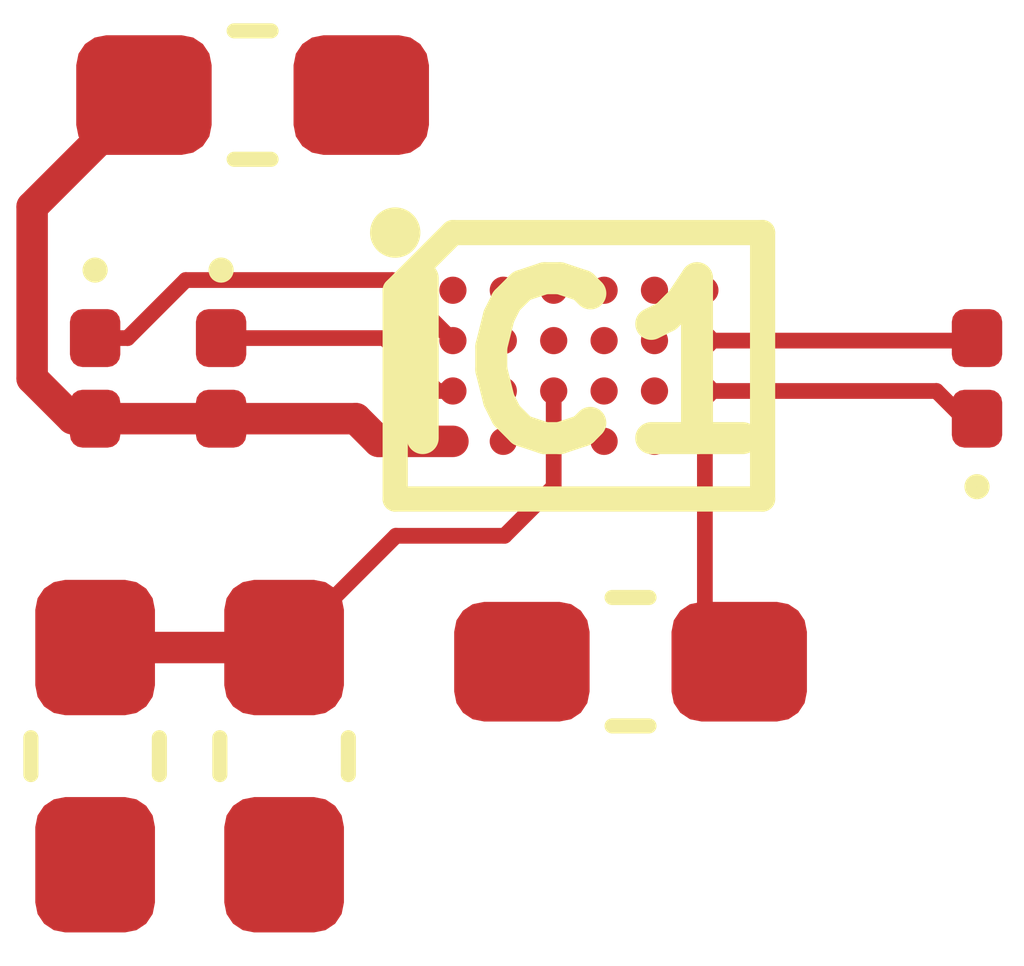
<source format=kicad_pcb>
(kicad_pcb (version 20211014) (generator pcbnew)
  (layers (0 "F.Cu" signal) (31 "B.Cu" signal) (34 "B.Paste" user) (35 "F.Paste" user) (36 "B.SilkS" user "B.Silkscreen") (37 "F.SilkS" user "F.Silkscreen") (38 "B.Mask" user) (39 "F.Mask" user) (44 "Edge.Cuts" user))
  (net 0 "")
  (net 14 "Net-(IC1-PadC6)")
  (net 15 "Net-(IC1-PadB1)")
  (net 16 "Net-(IC1-PadC1)")
  (net 17 "GND")
  (net 18 "Net-(IC1-PadD6)")
  (net 19 "+3V3")
  (net 20 "+1V8")
  (footprint "Diode_SMD:D_0201_0603Metric" (layer "F.Cu") (at 120 89 90)
    (fp_text reference "D1" hide)
    (fp_text value "LED" hide)
    (fp_circle (center -0.86 0) (end -0.81 0) (layer "F.SilkS") (width 0.1) (fill none))
    (pad "1" smd roundrect (at -0.32 0 90) (size 0.46 0.4) (layers "F.Cu" "F.Mask") (net 14 "Net-(IC1-PadC6)"))
    (pad "2" smd roundrect (at 0.32 0 90) (size 0.46 0.4) (layers "F.Cu" "F.Mask") (net 17 "GND"))
  )
  (footprint "Capacitor_SMD:C_0603_1608Metric_Pad1.08x0.95mm_HandSolder" (layer "F.Cu") (at 113 92 90)
    (fp_text reference "C4" hide)
    (fp_text value "C_Small" hide)
    (fp_line (start -0.146267 0.51) (end 0.146267 0.51) (layer "F.SilkS") (width 0.12))
    (fp_line (start -0.146267 -0.51) (end 0.146267 -0.51) (layer "F.SilkS") (width 0.12))
    (pad "1" smd roundrect (at -0.8625 0 90) (size 1.075 0.95) (layers "F.Cu" "F.Paste" "F.Mask") (net 17 "GND"))
    (pad "2" smd roundrect (at 0.8625 0 90) (size 1.075 0.95) (layers "F.Cu" "F.Paste" "F.Mask") (net 20 "+1V8"))
  )
  (footprint "Diode_SMD:D_0201_0603Metric" (layer "F.Cu") (at 113 89 -90)
    (fp_text reference "D2" hide)
    (fp_text value "LED" hide)
    (fp_circle (center -0.86 0) (end -0.81 0) (layer "F.SilkS") (width 0.1) (fill none))
    (pad "1" smd roundrect (at -0.32 0 270) (size 0.46 0.4) (layers "F.Cu" "F.Mask") (net 15 "Net-(IC1-PadB1)"))
    (pad "2" smd roundrect (at 0.32 0 270) (size 0.46 0.4) (layers "F.Cu" "F.Mask") (net 19 "+3V3"))
  )
  (footprint "Capacitor_SMD:C_0603_1608Metric_Pad1.08x0.95mm_HandSolder" (layer "F.Cu") (at 114.25 86.75)
    (fp_text reference "C2" hide)
    (fp_text value "C_Small" hide)
    (fp_line (start -0.146267 0.51) (end 0.146267 0.51) (layer "F.SilkS") (width 0.12))
    (fp_line (start -0.146267 -0.51) (end 0.146267 -0.51) (layer "F.SilkS") (width 0.12))
    (pad "1" smd roundrect (at -0.8625 0) (size 1.075 0.95) (layers "F.Cu" "F.Paste" "F.Mask") (net 19 "+3V3"))
    (pad "2" smd roundrect (at 0.8625 0) (size 1.075 0.95) (layers "F.Cu" "F.Paste" "F.Mask") (net 17 "GND"))
  )
  (footprint "SamacSys_Parts:BGA24C40P6X4_277X197X69" (layer "F.Cu") (at 116.84 88.9)
    (fp_text reference "IC1" (at 0 0) (layer "F.SilkS") (effects (font (size 1.27 1.27) (thickness 0.254))))
    (fp_text value "MAX30112EWG+T" hide)
    (fp_line (start 1.458 -1.058) (end 1.458 1.058) (layer "F.SilkS") (width 0.2))
    (fp_line (start -1.458 -0.6) (end -1 -1.058) (layer "F.SilkS") (width 0.2))
    (fp_line (start -1 -1.058) (end 1.458 -1.058) (layer "F.SilkS") (width 0.2))
    (fp_line (start 1.458 1.058) (end -1.458 1.058) (layer "F.SilkS") (width 0.2))
    (fp_line (start -1.458 1.058) (end -1.458 -0.6) (layer "F.SilkS") (width 0.2))
    (fp_circle (center -1.458 -1.058) (end -1.458 -0.958) (layer "F.SilkS") (width 0.2) (fill none))
    (pad "A1" smd circle locked (at -1 -0.6 90) (size 0.216 0.216) (layers "F.Cu" "F.Paste" "F.Mask"))
    (pad "A2" smd circle locked (at -0.6 -0.6 90) (size 0.216 0.216) (layers "F.Cu" "F.Paste" "F.Mask") (net 17 "GND"))
    (pad "A3" smd circle locked (at -0.2 -0.6 90) (size 0.216 0.216) (layers "F.Cu" "F.Paste" "F.Mask"))
    (pad "A4" smd circle locked (at 0.2 -0.6 90) (size 0.216 0.216) (layers "F.Cu" "F.Paste" "F.Mask"))
    (pad "A5" smd circle locked (at 0.6 -0.6 90) (size 0.216 0.216) (layers "F.Cu" "F.Paste" "F.Mask"))
    (pad "A6" smd circle locked (at 1 -0.6 90) (size 0.216 0.216) (layers "F.Cu" "F.Paste" "F.Mask"))
    (pad "B1" smd circle locked (at -1 -0.2 90) (size 0.216 0.216) (layers "F.Cu" "F.Paste" "F.Mask") (net 15 "Net-(IC1-PadB1)"))
    (pad "B2" smd circle locked (at -0.6 -0.2 90) (size 0.216 0.216) (layers "F.Cu" "F.Paste" "F.Mask") (net 17 "GND"))
    (pad "B3" smd circle locked (at -0.2 -0.2 90) (size 0.216 0.216) (layers "F.Cu" "F.Paste" "F.Mask"))
    (pad "B4" smd circle locked (at 0.2 -0.2 90) (size 0.216 0.216) (layers "F.Cu" "F.Paste" "F.Mask"))
    (pad "B5" smd circle locked (at 0.6 -0.2 90) (size 0.216 0.216) (layers "F.Cu" "F.Paste" "F.Mask"))
    (pad "B6" smd circle locked (at 1 -0.2 90) (size 0.216 0.216) (layers "F.Cu" "F.Paste" "F.Mask") (net 17 "GND"))
    (pad "C1" smd circle locked (at -1 0.2 90) (size 0.216 0.216) (layers "F.Cu" "F.Paste" "F.Mask") (net 16 "Net-(IC1-PadC1)"))
    (pad "C2" smd circle locked (at -0.6 0.2 90) (size 0.216 0.216) (layers "F.Cu" "F.Paste" "F.Mask") (net 17 "GND"))
    (pad "C3" smd circle locked (at -0.2 0.2 90) (size 0.216 0.216) (layers "F.Cu" "F.Paste" "F.Mask") (net 20 "+1V8"))
    (pad "C4" smd circle locked (at 0.2 0.2 90) (size 0.216 0.216) (layers "F.Cu" "F.Paste" "F.Mask"))
    (pad "C5" smd circle locked (at 0.6 0.2 90) (size 0.216 0.216) (layers "F.Cu" "F.Paste" "F.Mask"))
    (pad "C6" smd circle locked (at 1 0.2 90) (size 0.216 0.216) (layers "F.Cu" "F.Paste" "F.Mask") (net 14 "Net-(IC1-PadC6)"))
    (pad "D1" smd circle locked (at -1 0.6 90) (size 0.216 0.216) (layers "F.Cu" "F.Paste" "F.Mask") (net 19 "+3V3"))
    (pad "D2" smd circle locked (at -0.6 0.6 90) (size 0.216 0.216) (layers "F.Cu" "F.Paste" "F.Mask"))
    (pad "D3" smd circle locked (at -0.2 0.6 90) (size 0.216 0.216) (layers "F.Cu" "F.Paste" "F.Mask") (net 20 "+1V8"))
    (pad "D4" smd circle locked (at 0.2 0.6 90) (size 0.216 0.216) (layers "F.Cu" "F.Paste" "F.Mask"))
    (pad "D5" smd circle locked (at 0.6 0.6 90) (size 0.216 0.216) (layers "F.Cu" "F.Paste" "F.Mask"))
    (pad "D6" smd circle locked (at 1 0.6 90) (size 0.216 0.216) (layers "F.Cu" "F.Paste" "F.Mask") (net 18 "Net-(IC1-PadD6)"))
  )
  (footprint "Diode_SMD:D_0201_0603Metric" (layer "F.Cu") (at 114 89 -90)
    (fp_text reference "D3" hide)
    (fp_text value "LED" hide)
    (fp_circle (center -0.86 0) (end -0.81 0) (layer "F.SilkS") (width 0.1) (fill none))
    (pad "1" smd roundrect (at -0.32 0 270) (size 0.46 0.4) (layers "F.Cu" "F.Mask") (net 16 "Net-(IC1-PadC1)"))
    (pad "2" smd roundrect (at 0.32 0 270) (size 0.46 0.4) (layers "F.Cu" "F.Mask") (net 19 "+3V3"))
  )
  (footprint "Capacitor_SMD:C_0603_1608Metric_Pad1.08x0.95mm_HandSolder" (layer "F.Cu") (at 114.5 92 -90)
    (fp_text reference "C3" hide)
    (fp_text value "C_Small" hide)
    (fp_line (start -0.146267 -0.51) (end 0.146267 -0.51) (layer "F.SilkS") (width 0.12))
    (fp_line (start -0.146267 0.51) (end 0.146267 0.51) (layer "F.SilkS") (width 0.12))
    (pad "1" smd roundrect (at -0.8625 0 270) (size 1.075 0.95) (layers "F.Cu" "F.Paste" "F.Mask") (net 20 "+1V8"))
    (pad "2" smd roundrect (at 0.8625 0 270) (size 1.075 0.95) (layers "F.Cu" "F.Paste" "F.Mask") (net 17 "GND"))
  )
  (footprint "Capacitor_SMD:C_0603_1608Metric_Pad1.08x0.95mm_HandSolder" (layer "F.Cu") (at 117.25 91.25)
    (fp_text reference "C1" hide)
    (fp_text value "C_Small" hide)
    (fp_line (start -0.146267 -0.51) (end 0.146267 -0.51) (layer "F.SilkS") (width 0.12))
    (fp_line (start -0.146267 0.51) (end 0.146267 0.51) (layer "F.SilkS") (width 0.12))
    (pad "1" smd roundrect (at -0.8625 0) (size 1.075 0.95) (layers "F.Cu" "F.Paste" "F.Mask") (net 17 "GND"))
    (pad "2" smd roundrect (at 0.8625 0) (size 1.075 0.95) (layers "F.Cu" "F.Paste" "F.Mask") (net 18 "Net-(IC1-PadD6)"))
  )
  (segment (start 119.898027 89.32) (end 120 89.32) (width 0.125) (layer "F.Cu") (net 14))
  (segment (start 119.678027 89.1) (end 119.898027 89.32) (width 0.125) (layer "F.Cu") (net 14))
  (segment (start 117.84 89.1) (end 119.678027 89.1) (width 0.125) (layer "F.Cu") (net 14))
  (segment (start 113.258027 88.68) (end 113.719014 88.219013) (width 0.125) (layer "F.Cu") (net 15))
  (segment (start 115.359013 88.219013) (end 115.84 88.7) (width 0.125) (layer "F.Cu") (net 15))
  (segment (start 113 88.68) (end 113.258027 88.68) (width 0.125) (layer "F.Cu") (net 15))
  (segment (start 113.719014 88.219013) (end 115.359013 88.219013) (width 0.125) (layer "F.Cu") (net 15))
  (segment (start 114 88.68) (end 115.296724 88.68) (width 0.125) (layer "F.Cu") (net 16))
  (segment (start 115.296724 88.68) (end 115.716724 89.1) (width 0.125) (layer "F.Cu") (net 16))
  (segment (start 115.716724 89.1) (end 115.84 89.1) (width 0.125) (layer "F.Cu") (net 16))
  (segment (start 119.98 88.7) (end 120 88.68) (width 0.125) (layer "F.Cu") (net 17))
  (segment (start 117.84 88.7) (end 119.98 88.7) (width 0.125) (layer "F.Cu") (net 17))
  (segment (start 117.84 90.9775) (end 118.1125 91.25) (width 0.125) (layer "F.Cu") (net 18))
  (segment (start 117.84 89.5) (end 117.84 90.9775) (width 0.125) (layer "F.Cu") (net 18))
  (segment (start 114 89.32) (end 115.07 89.32) (width 0.25) (layer "F.Cu") (net 19))
  (segment (start 112.5 89) (end 112.5 87.6375) (width 0.25) (layer "F.Cu") (net 19))
  (segment (start 113 89.32) (end 112.82 89.32) (width 0.25) (layer "F.Cu") (net 19))
  (segment (start 115.07 89.32) (end 115.25 89.5) (width 0.25) (layer "F.Cu") (net 19))
  (segment (start 115.25 89.5) (end 115.84 89.5) (width 0.25) (layer "F.Cu") (net 19))
  (segment (start 113 89.32) (end 114 89.32) (width 0.25) (layer "F.Cu") (net 19))
  (segment (start 112.82 89.32) (end 112.5 89) (width 0.25) (layer "F.Cu") (net 19))
  (segment (start 112.5 87.6375) (end 113.3875 86.75) (width 0.25) (layer "F.Cu") (net 19))
  (segment (start 115.3875 90.25) (end 114.5 91.1375) (width 0.125) (layer "F.Cu") (net 20))
  (segment (start 116.64 89.5) (end 116.64 89.86) (width 0.125) (layer "F.Cu") (net 20))
  (segment (start 116.64 89.1) (end 116.64 89.5) (width 0.125) (layer "F.Cu") (net 20))
  (segment (start 116.25 90.25) (end 115.3875 90.25) (width 0.125) (layer "F.Cu") (net 20))
  (segment (start 116.64 89.86) (end 116.25 90.25) (width 0.125) (layer "F.Cu") (net 20))
  (segment (start 114.5 91.1375) (end 113 91.1375) (width 0.25) (layer "F.Cu") (net 20))
)
</source>
